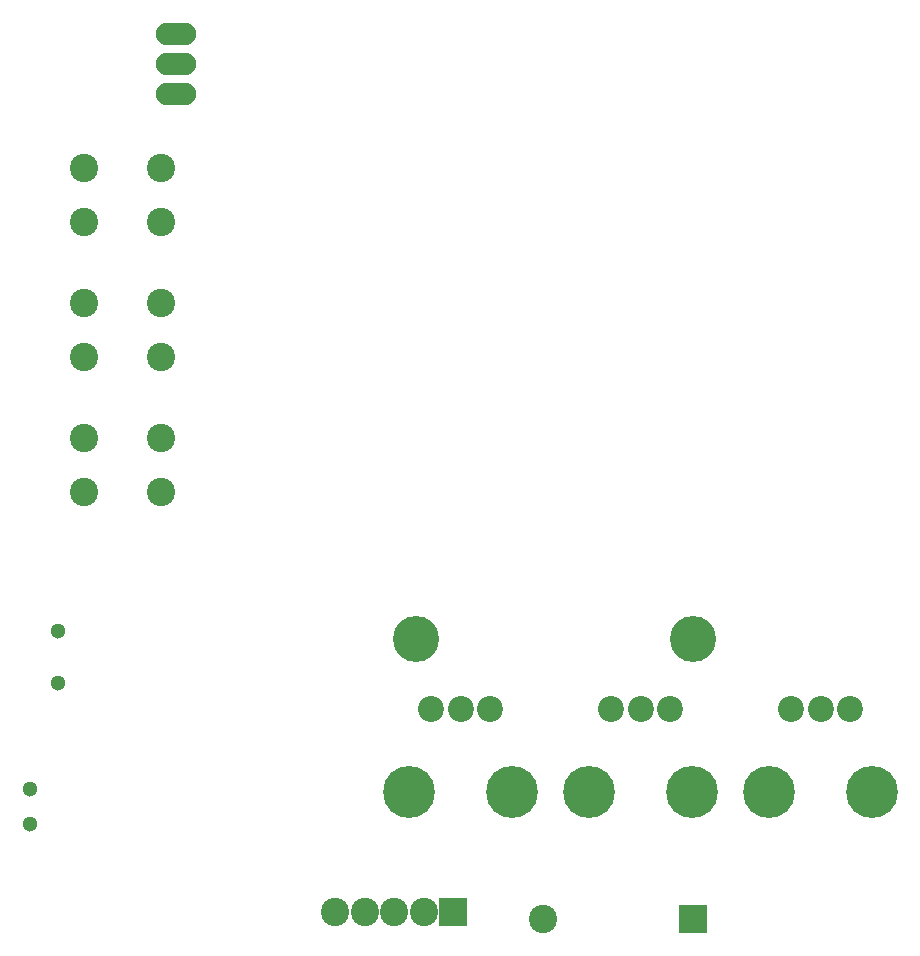
<source format=gbr>
G04 #@! TF.FileFunction,Soldermask,Bot*
%FSLAX46Y46*%
G04 Gerber Fmt 4.6, Leading zero omitted, Abs format (unit mm)*
G04 Created by KiCad (PCBNEW 4.0.7-e0-6372~58~ubuntu16.10.1) date Wed Dec 20 17:09:54 2017*
%MOMM*%
%LPD*%
G01*
G04 APERTURE LIST*
%ADD10C,0.100000*%
%ADD11R,2.400000X2.400000*%
%ADD12C,2.400000*%
%ADD13C,3.900000*%
%ADD14C,1.300000*%
%ADD15O,3.410000X1.910000*%
%ADD16C,2.200000*%
%ADD17C,4.400000*%
G04 APERTURE END LIST*
D10*
D11*
X167005000Y-111760000D03*
D12*
X154305000Y-111760000D03*
D13*
X143510000Y-88036400D03*
X167005000Y-88036400D03*
D11*
X146685000Y-111125000D03*
D12*
X144165000Y-111125000D03*
X141665000Y-111125000D03*
X139165000Y-111125000D03*
X136665000Y-111125000D03*
D14*
X113230000Y-87335000D03*
X113230000Y-91735000D03*
D15*
X123190000Y-36830000D03*
X123190000Y-39370000D03*
X123190000Y-41910000D03*
D16*
X149780000Y-93980000D03*
X147280000Y-93980000D03*
X144780000Y-93980000D03*
D17*
X151680000Y-100980000D03*
X142880000Y-100980000D03*
D16*
X165020000Y-93980000D03*
X162520000Y-93980000D03*
X160020000Y-93980000D03*
D17*
X166920000Y-100980000D03*
X158120000Y-100980000D03*
D16*
X180260000Y-93980000D03*
X177760000Y-93980000D03*
X175260000Y-93980000D03*
D17*
X182160000Y-100980000D03*
X173360000Y-100980000D03*
D14*
X110795000Y-100735000D03*
X110795000Y-103735000D03*
D12*
X121920000Y-48205000D03*
X121920000Y-52705000D03*
X115420000Y-48205000D03*
X115420000Y-52705000D03*
X121920000Y-59635000D03*
X121920000Y-64135000D03*
X115420000Y-59635000D03*
X115420000Y-64135000D03*
X121920000Y-71065000D03*
X121920000Y-75565000D03*
X115420000Y-71065000D03*
X115420000Y-75565000D03*
M02*

</source>
